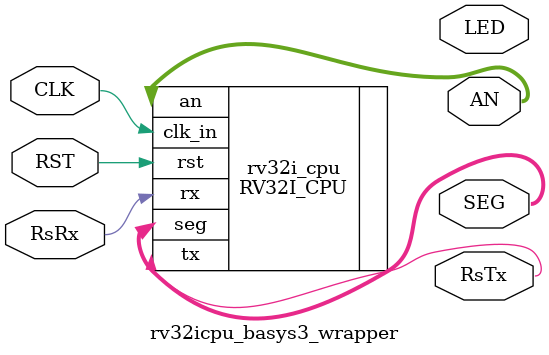
<source format=sv>


module rv32icpu_basys3_wrapper(
  input  logic [0:0] CLK, RST,
  input  logic [0:0] RsRx,
  output logic [0:0] RsTx,
  output logic [1:0] LED,
  output logic [3:0] AN,
  output logic [6:0] SEG
  );
  
  RV32I_CPU rv32i_cpu (
    .clk_in  (CLK),
    .rst     (RST),
    .an      (AN),
    .seg     (SEG),
    .rx      (RsRx),
    .tx      (RsTx)
    //.rx_busy (LED[0]),
    //.tx_busy (LED[1])
  );
  
endmodule

</source>
